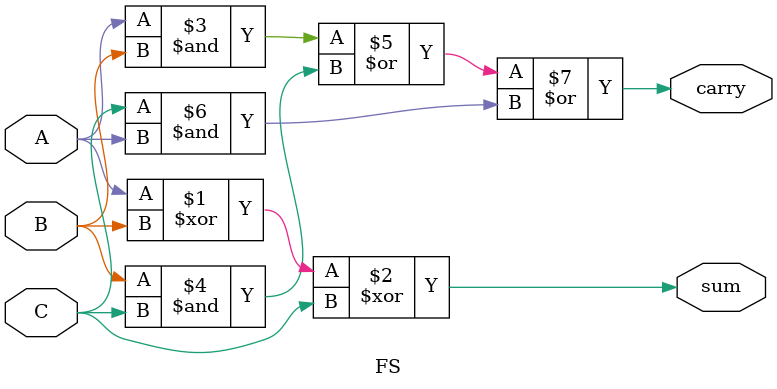
<source format=v>


module FS(A,B,C,sum,carry);
output sum,carry;
input A,B,C;

       
 
 assign sum = A ^ B ^ C;
 assign carry = (A & B) | ( B & C ) | ( C & A) ;


 
  
 
 endmodule
   

</source>
